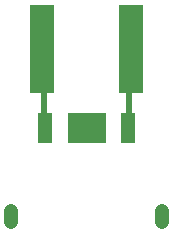
<source format=gtl>
G04 ---------------------------- Layer name :TOP LAYER*
G04 easyEDA 0.1*
G04 Scale: 100 percent, Rotated: No, Reflected: No *
G04 Dimensions in inches *
G04 leading zeros omitted , absolute positions ,2 integer and 4 * 
%FSLAX24Y24*%
%MOIN*%
G90*
G70D02*

%ADD11C,0.019685*%
%ADD12R,0.078740X0.295000*%
%ADD13R,0.047240X0.098425*%
%ADD14C,0.047240*%

%LPD*%
G54D11*
G01X1492Y15317D02*
G01X1621Y12700D01*
G01X4482Y15319D02*
G01X4377Y12700D01*
G54D12*
G01X1492Y15317D03*
G01X4482Y15319D03*
G54D13*
G01X4378Y12700D03*
G01X3394Y12700D03*
G01X2605Y12700D03*
G01X1621Y12700D03*
G01X3000Y12700D03*
G54D14*
G01X5519Y9550D02*
G01X5519Y9943D01*
G01X480Y9943D02*
G01X480Y9550D01*

M00*
M02*
</source>
